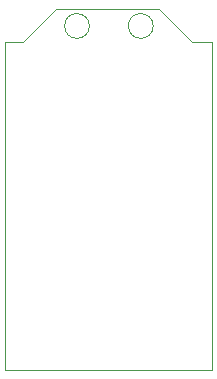
<source format=gbr>
%TF.GenerationSoftware,KiCad,Pcbnew,9.0.0*%
%TF.CreationDate,2025-04-16T21:25:52-04:00*%
%TF.ProjectId,ESP32_S3_CAM,45535033-325f-4533-935f-43414d2e6b69,rev?*%
%TF.SameCoordinates,Original*%
%TF.FileFunction,Profile,NP*%
%FSLAX46Y46*%
G04 Gerber Fmt 4.6, Leading zero omitted, Abs format (unit mm)*
G04 Created by KiCad (PCBNEW 9.0.0) date 2025-04-16 21:25:52*
%MOMM*%
%LPD*%
G01*
G04 APERTURE LIST*
%TA.AperFunction,Profile*%
%ADD10C,0.050000*%
%TD*%
G04 APERTURE END LIST*
D10*
X151750000Y-98500000D02*
X169250000Y-98500000D01*
X158850000Y-69400000D02*
G75*
G02*
X156750000Y-69400000I-1050000J0D01*
G01*
X156750000Y-69400000D02*
G75*
G02*
X158850000Y-69400000I1050000J0D01*
G01*
X153250000Y-70750000D02*
X156000000Y-68000000D01*
X164250000Y-69400000D02*
G75*
G02*
X162150000Y-69400000I-1050000J0D01*
G01*
X162150000Y-69400000D02*
G75*
G02*
X164250000Y-69400000I1050000J0D01*
G01*
X156000000Y-68000000D02*
X164750000Y-68000000D01*
X151750000Y-70750000D02*
X151750000Y-98500000D01*
X169250000Y-70750000D02*
X167500000Y-70750000D01*
X169250000Y-98500000D02*
X169250000Y-70750000D01*
X153250000Y-70750000D02*
X151750000Y-70750000D01*
X164750000Y-68000000D02*
X167500000Y-70750000D01*
M02*

</source>
